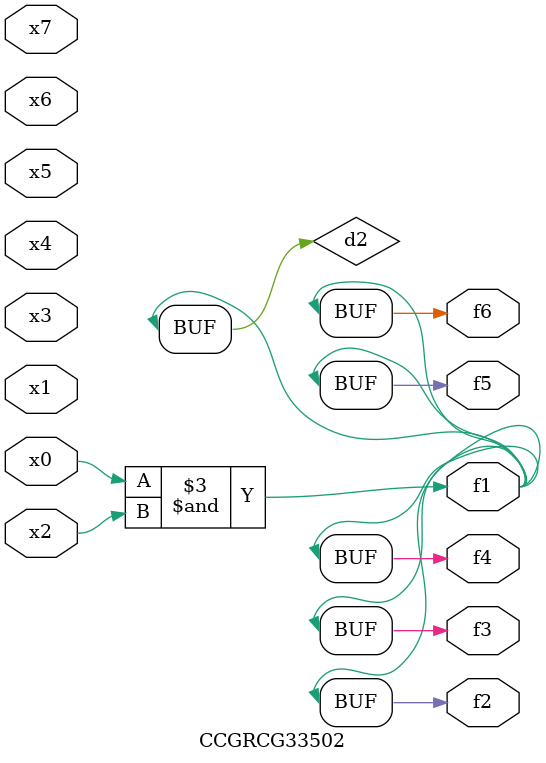
<source format=v>
module CCGRCG33502(
	input x0, x1, x2, x3, x4, x5, x6, x7,
	output f1, f2, f3, f4, f5, f6
);

	wire d1, d2;

	nor (d1, x3, x6);
	and (d2, x0, x2);
	assign f1 = d2;
	assign f2 = d2;
	assign f3 = d2;
	assign f4 = d2;
	assign f5 = d2;
	assign f6 = d2;
endmodule

</source>
